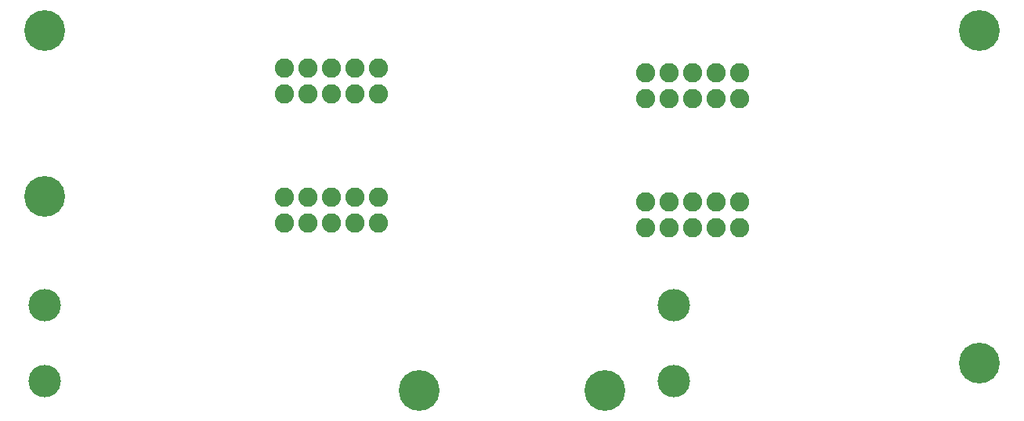
<source format=gbs>
G75*
%MOIN*%
%OFA0B0*%
%FSLAX25Y25*%
%IPPOS*%
%LPD*%
%AMOC8*
5,1,8,0,0,1.08239X$1,22.5*
%
%ADD10C,0.17335*%
%ADD11C,0.08200*%
%ADD12C,0.13800*%
D10*
X0188008Y0016748D03*
X0266748Y0016748D03*
X0426197Y0028559D03*
X0426197Y0170291D03*
X0028559Y0170291D03*
X0028559Y0099425D03*
D11*
X0130606Y0099020D03*
X0140606Y0099020D03*
X0150606Y0099020D03*
X0160606Y0099020D03*
X0170606Y0099020D03*
X0170606Y0088020D03*
X0160606Y0088020D03*
X0150606Y0088020D03*
X0140606Y0088020D03*
X0130606Y0088020D03*
X0130606Y0143138D03*
X0140606Y0143138D03*
X0150606Y0143138D03*
X0160606Y0143138D03*
X0170606Y0143138D03*
X0170606Y0154138D03*
X0160606Y0154138D03*
X0150606Y0154138D03*
X0140606Y0154138D03*
X0130606Y0154138D03*
X0284150Y0152169D03*
X0294150Y0152169D03*
X0304150Y0152169D03*
X0314150Y0152169D03*
X0324150Y0152169D03*
X0324150Y0141169D03*
X0314150Y0141169D03*
X0304150Y0141169D03*
X0294150Y0141169D03*
X0284150Y0141169D03*
X0284150Y0097051D03*
X0294150Y0097051D03*
X0304150Y0097051D03*
X0314150Y0097051D03*
X0324150Y0097051D03*
X0324150Y0086051D03*
X0314150Y0086051D03*
X0304150Y0086051D03*
X0294150Y0086051D03*
X0284150Y0086051D03*
D12*
X0028559Y0020685D03*
X0028559Y0053165D03*
X0296276Y0053165D03*
X0296276Y0020685D03*
M02*

</source>
